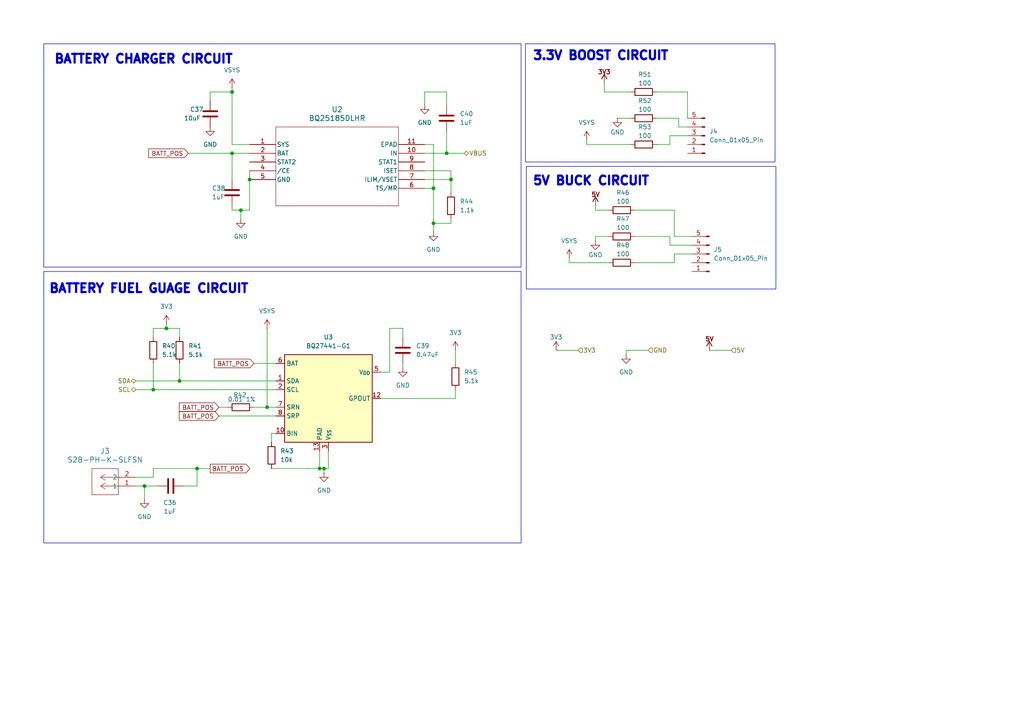
<source format=kicad_sch>
(kicad_sch (version 20231120) (generator "eeschema") (generator_version "8.0")
  (paper "A4")
  (lib_symbols
    (symbol "2025-02-12_10-55-39:BQ25185DLHR" (pin_names (offset 0.254))
      (property "Reference" "U" (at 25.4 10.16 0))
      (property "Value" "BQ25185DLHR" (at 25.4 7.62 0))
      (symbol "BQ25185DLHR_0_1"
        (polyline (pts (xy 7.62 -17.78) (xy 43.18 -17.78)) (stroke (width 0.127)))
        (polyline (pts (xy 7.62 5.08) (xy 7.62 -17.78)) (stroke (width 0.127)))
        (polyline (pts (xy 43.18 -17.78) (xy 43.18 5.08)) (stroke (width 0.127)))
        (polyline (pts (xy 43.18 5.08) (xy 7.62 5.08)) (stroke (width 0.127)))
        (pin power_in line (at 0 0 0) (length 7.62) (name "SYS") (number "1"))
        (pin input line (at 50.8 -2.54 180) (length 7.62) (name "IN") (number "10"))
        (pin unspecified line (at 50.8 0 180) (length 7.62) (name "EPAD") (number "11"))
        (pin power_in line (at 0 -2.54 0) (length 7.62) (name "BAT") (number "2"))
        (pin output line (at 0 -5.08 0) (length 7.62) (name "STAT2") (number "3"))
        (pin input line (at 0 -7.62 0) (length 7.62) (name "/CE") (number "4"))
        (pin power_out line (at 0 -10.16 0) (length 7.62) (name "GND") (number "5"))
        (pin bidirectional line (at 50.8 -12.7 180) (length 7.62) (name "TS/MR") (number "6"))
        (pin bidirectional line (at 50.8 -10.16 180) (length 7.62) (name "ILIM/VSET") (number "7"))
        (pin bidirectional line (at 50.8 -7.62 180) (length 7.62) (name "ISET") (number "8"))
        (pin output line (at 50.8 -5.08 180) (length 7.62) (name "STAT1") (number "9"))
      )
    )
    (symbol "2025-02-12_12-07-11:S2B-PH-K-SLFSN" (pin_names (offset 0.254))
      (property "Reference" "J" (at 8.89 6.35 0))
      (property "Value" "S2B-PH-K-SLFSN" (at 0 0 0))
      (symbol "S2B-PH-K-SLFSN_1_1"
        (polyline (pts (xy 5.08 -5.08) (xy 12.7 -5.08)) (stroke (width 0.127)))
        (polyline (pts (xy 5.08 2.54) (xy 5.08 -5.08)) (stroke (width 0.127)))
        (polyline (pts (xy 10.16 -2.54) (xy 5.08 -2.54)) (stroke (width 0.127)))
        (polyline (pts (xy 10.16 -2.54) (xy 8.89 -3.3867)) (stroke (width 0.127)))
        (polyline (pts (xy 10.16 -2.54) (xy 8.89 -1.6933)) (stroke (width 0.127)))
        (polyline (pts (xy 10.16 0) (xy 5.08 0)) (stroke (width 0.127)))
        (polyline (pts (xy 10.16 0) (xy 8.89 -0.8467)) (stroke (width 0.127)))
        (polyline (pts (xy 10.16 0) (xy 8.89 0.8467)) (stroke (width 0.127)))
        (polyline (pts (xy 12.7 -5.08) (xy 12.7 2.54)) (stroke (width 0.127)))
        (polyline (pts (xy 12.7 2.54) (xy 5.08 2.54)) (stroke (width 0.127)))
        (pin unspecified line (at 0 0 0) (length 5.08) (name "1") (number "1"))
        (pin unspecified line (at 0 -2.54 0) (length 5.08) (name "2") (number "2"))
      )
      (symbol "S2B-PH-K-SLFSN_1_2"
        (polyline (pts (xy 5.08 -5.08) (xy 12.7 -5.08)) (stroke (width 0.127)))
        (polyline (pts (xy 5.08 2.54) (xy 5.08 -5.08)) (stroke (width 0.127)))
        (polyline (pts (xy 7.62 -2.54) (xy 5.08 -2.54)) (stroke (width 0.127)))
        (polyline (pts (xy 7.62 -2.54) (xy 8.89 -3.3867)) (stroke (width 0.127)))
        (polyline (pts (xy 7.62 -2.54) (xy 8.89 -1.6933)) (stroke (width 0.127)))
        (polyline (pts (xy 7.62 0) (xy 5.08 0)) (stroke (width 0.127)))
        (polyline (pts (xy 7.62 0) (xy 8.89 -0.8467)) (stroke (width 0.127)))
        (polyline (pts (xy 7.62 0) (xy 8.89 0.8467)) (stroke (width 0.127)))
        (polyline (pts (xy 12.7 -5.08) (xy 12.7 2.54)) (stroke (width 0.127)))
        (polyline (pts (xy 12.7 2.54) (xy 5.08 2.54)) (stroke (width 0.127)))
        (pin unspecified line (at 0 0 0) (length 5.08) (name "1") (number "1"))
        (pin unspecified line (at 0 -2.54 0) (length 5.08) (name "2") (number "2"))
      )
    )
    (symbol "Battery_Management:BQ27441-G1"
      (property "Reference" "U" (at -5.08 15.875 0))
      (property "Value" "BQ27441-G1" (at -5.08 13.97 0))
      (symbol "BQ27441-G1_0_1"
        (rectangle (start -12.7 12.7) (end 12.7 -12.7) (stroke (width 0.254)) (fill (type background)))
      )
      (symbol "BQ27441-G1_1_1"
        (pin bidirectional line (at -15.24 5.08 0) (length 2.54) (name "SDA") (number "1"))
        (pin input line (at -15.24 -10.16 0) (length 2.54) (name "BIN") (number "10"))
        (pin no_connect line (at 10.16 -2.54 180) (length 2.54) hide (name "NC") (number "11"))
        (pin output line (at 15.24 0 180) (length 2.54) (name "GPOUT") (number "12"))
        (pin power_in line (at -2.54 -15.24 90) (length 2.54) (name "PAD") (number "13"))
        (pin input line (at -15.24 2.54 0) (length 2.54) (name "SCL") (number "2"))
        (pin power_in line (at 0 -15.24 90) (length 2.54) (name "V_{SS}") (number "3"))
        (pin no_connect line (at 10.16 -7.62 180) (length 2.54) hide (name "NC") (number "4"))
        (pin power_out line (at 15.24 7.62 180) (length 2.54) (name "V_{DD}") (number "5"))
        (pin power_in line (at -15.24 10.16 0) (length 2.54) (name "BAT") (number "6"))
        (pin input line (at -15.24 -2.54 0) (length 2.54) (name "SRN") (number "7"))
        (pin input line (at -15.24 -5.08 0) (length 2.54) (name "SRP") (number "8"))
        (pin no_connect line (at 10.16 -5.08 180) (length 2.54) hide (name "NC") (number "9"))
      )
    )
    (symbol "Connector:Conn_01x05_Pin" (pin_names (offset 1.016) hide)
      (property "Reference" "J" (at 0 7.62 0))
      (property "Value" "Conn_01x05_Pin" (at 0 -7.62 0))
      (symbol "Conn_01x05_Pin_1_1"
        (polyline (pts (xy 1.27 -5.08) (xy 0.8636 -5.08)) (stroke (width 0.1524)))
        (polyline (pts (xy 1.27 -2.54) (xy 0.8636 -2.54)) (stroke (width 0.1524)))
        (polyline (pts (xy 1.27 0) (xy 0.8636 0)) (stroke (width 0.1524)))
        (polyline (pts (xy 1.27 2.54) (xy 0.8636 2.54)) (stroke (width 0.1524)))
        (polyline (pts (xy 1.27 5.08) (xy 0.8636 5.08)) (stroke (width 0.1524)))
        (rectangle (start 0.8636 -4.953) (end 0 -5.207) (stroke (width 0.1524)) (fill (type outline)))
        (rectangle (start 0.8636 -2.413) (end 0 -2.667) (stroke (width 0.1524)) (fill (type outline)))
        (rectangle (start 0.8636 0.127) (end 0 -0.127) (stroke (width 0.1524)) (fill (type outline)))
        (rectangle (start 0.8636 2.667) (end 0 2.413) (stroke (width 0.1524)) (fill (type outline)))
        (rectangle (start 0.8636 5.207) (end 0 4.953) (stroke (width 0.1524)) (fill (type outline)))
        (pin passive line (at 5.08 5.08 180) (length 3.81) (name "Pin_1") (number "1"))
        (pin passive line (at 5.08 2.54 180) (length 3.81) (name "Pin_2") (number "2"))
        (pin passive line (at 5.08 0 180) (length 3.81) (name "Pin_3") (number "3"))
        (pin passive line (at 5.08 -2.54 180) (length 3.81) (name "Pin_4") (number "4"))
        (pin passive line (at 5.08 -5.08 180) (length 3.81) (name "Pin_5") (number "5"))
      )
    )
    (symbol "Device:C" (pin_numbers hide) (pin_names (offset 0.254))
      (property "Reference" "C" (at 0.635 2.54 0))
      (property "Value" "C" (at 0.635 -2.54 0))
      (symbol "C_0_1"
        (polyline (pts (xy -2.032 -0.762) (xy 2.032 -0.762)) (stroke (width 0.508)))
        (polyline (pts (xy -2.032 0.762) (xy 2.032 0.762)) (stroke (width 0.508)))
      )
      (symbol "C_1_1"
        (pin passive line (at 0 3.81 270) (length 2.794) (name "~") (number "1"))
        (pin passive line (at 0 -3.81 90) (length 2.794) (name "~") (number "2"))
      )
    )
    (symbol "Device:R" (pin_numbers hide) (pin_names (offset 0))
      (property "Reference" "R" (at 2.032 0 90))
      (property "Value" "R" (at 0 0 90))
      (symbol "R_0_1"
        (rectangle (start -1.016 -2.54) (end 1.016 2.54) (stroke (width 0.254)))
      )
      (symbol "R_1_1"
        (pin passive line (at 0 3.81 270) (length 1.27) (name "~") (number "1"))
        (pin passive line (at 0 -3.81 90) (length 1.27) (name "~") (number "2"))
      )
    )
    (symbol "ai_breakout_ft232RL-eagle-import:3V3" (power)
      (symbol "3V3_1_0"
        (polyline (pts (xy 0 2.54) (xy -0.762 1.27)) (stroke (width 0.254)))
        (polyline (pts (xy 0.762 1.27) (xy 0 2.54)) (stroke (width 0.254)))
        (text "3V3" (at -1.905 2.54 0) (effects (font (size 1.27 1.27) (thickness 0.254) (bold yes)) (justify left bottom)))
        (pin power_in line (at 0 0 90) (length 2.54) (name "3V3") (number "1"))
      )
    )
    (symbol "ai_breakout_ft232RL-eagle-import:5V" (power)
      (symbol "5V_1_0"
        (polyline (pts (xy 0 2.54) (xy -0.762 1.27)) (stroke (width 0.254)))
        (polyline (pts (xy 0.762 1.27) (xy 0 2.54)) (stroke (width 0.254)))
        (text "5V" (at -1.27 2.54 0) (effects (font (size 1.27 1.27) (thickness 0.254) (bold yes)) (justify left bottom)))
        (pin power_in line (at 0 0 90) (length 2.54) (name "5V") (number "1"))
      )
    )
    (symbol "power:+3.3V" (power) (pin_numbers hide) (pin_names (offset 0) hide)
      (property "Value" "+3.3V" (at 0 3.556 0))
      (symbol "+3.3V_0_1"
        (polyline (pts (xy -0.762 1.27) (xy 0 2.54)))
        (polyline (pts (xy 0 0) (xy 0 2.54)))
        (polyline (pts (xy 0 2.54) (xy 0.762 1.27)))
      )
      (symbol "+3.3V_1_1"
        (pin power_in line (at 0 0 90) (length 0) (name "~") (number "1"))
      )
    )
    (symbol "power:GND" (power) (pin_numbers hide) (pin_names (offset 0) hide)
      (property "Value" "GND" (at 0 -3.81 0))
      (symbol "GND_0_1"
        (polyline (pts (xy 0 0) (xy 0 -1.27) (xy 1.27 -1.27) (xy 0 -2.54) (xy -1.27 -1.27) (xy 0 -1.27)))
      )
      (symbol "GND_1_1"
        (pin power_in line (at 0 0 270) (length 0) (name "~") (number "1"))
      )
    )
    (symbol "power:VCC" (power) (pin_numbers hide) (pin_names (offset 0) hide)
      (property "Value" "VCC" (at 0 3.556 0))
      (symbol "VCC_0_1"
        (polyline (pts (xy -0.762 1.27) (xy 0 2.54)))
        (polyline (pts (xy 0 0) (xy 0 2.54)))
        (polyline (pts (xy 0 2.54) (xy 0.762 1.27)))
      )
      (symbol "VCC_1_1"
        (pin power_in line (at 0 0 90) (length 0) (name "~") (number "1"))
      )
    )
  )
  (junction (at 130.81 52.07))
  (junction (at 93.98 135.89))
  (junction (at 129.54 44.45))
  (junction (at 57.15 135.89))
  (junction (at 125.73 64.77))
  (junction (at 67.31 44.45))
  (junction (at 41.91 140.97))
  (junction (at 72.39 52.07))
  (junction (at 92.71 135.89))
  (junction (at 67.31 26.67))
  (junction (at 48.26 95.25))
  (junction (at 77.47 118.11))
  (junction (at 125.73 54.61))
  (junction (at 44.45 113.03))
  (junction (at 69.85 60.96))
  (junction (at 52.07 110.49))
  (wire (pts (xy 113.03 107.95) (xy 110.49 107.95)))
  (wire (pts (xy 39.37 113.03) (xy 44.45 113.03)))
  (wire (pts (xy 72.39 49.53) (xy 72.39 52.07)))
  (wire (pts (xy 179.07 34.29) (xy 182.88 34.29)))
  (wire (pts (xy 134.62 44.45) (xy 129.54 44.45)))
  (wire (pts (xy 123.19 41.91) (xy 125.73 41.91)))
  (wire (pts (xy 41.91 140.97) (xy 45.72 140.97)))
  (wire (pts (xy 123.19 30.48) (xy 123.19 26.67)))
  (wire (pts (xy 172.72 69.85) (xy 172.72 68.58)))
  (wire (pts (xy 123.19 49.53) (xy 130.81 49.53)))
  (wire (pts (xy 52.07 105.41) (xy 52.07 110.49)))
  (wire (pts (xy 123.19 26.67) (xy 129.54 26.67)))
  (wire (pts (xy 63.5 120.65) (xy 80.01 120.65)))
  (wire (pts (xy 67.31 26.67) (xy 67.31 41.91)))
  (wire (pts (xy 195.58 68.58) (xy 200.66 68.58)))
  (wire (pts (xy 172.72 59.69) (xy 172.72 60.96)))
  (wire (pts (xy 48.26 93.98) (xy 48.26 95.25)))
  (wire (pts (xy 113.03 95.25) (xy 116.84 95.25)))
  (wire (pts (xy 190.5 34.29) (xy 196.85 34.29)))
  (wire (pts (xy 67.31 25.4) (xy 67.31 26.67)))
  (wire (pts (xy 195.58 60.96) (xy 195.58 68.58)))
  (wire (pts (xy 129.54 26.67) (xy 129.54 30.48)))
  (wire (pts (xy 57.15 135.89) (xy 60.96 135.89)))
  (wire (pts (xy 39.37 110.49) (xy 52.07 110.49)))
  (wire (pts (xy 175.26 24.13) (xy 175.26 26.67)))
  (wire (pts (xy 181.61 101.6) (xy 187.96 101.6)))
  (wire (pts (xy 125.73 54.61) (xy 125.73 64.77)))
  (wire (pts (xy 93.98 135.89) (xy 95.25 135.89)))
  (wire (pts (xy 161.29 101.6) (xy 167.64 101.6)))
  (wire (pts (xy 194.31 71.12) (xy 200.66 71.12)))
  (wire (pts (xy 132.08 101.6) (xy 132.08 105.41)))
  (wire (pts (xy 165.1 76.2) (xy 176.53 76.2)))
  (wire (pts (xy 60.96 26.67) (xy 67.31 26.67)))
  (wire (pts (xy 181.61 101.6) (xy 181.61 102.87)))
  (wire (pts (xy 125.73 41.91) (xy 125.73 54.61)))
  (wire (pts (xy 95.25 130.81) (xy 95.25 135.89)))
  (wire (pts (xy 44.45 97.79) (xy 44.45 95.25)))
  (wire (pts (xy 44.45 135.89) (xy 57.15 135.89)))
  (wire (pts (xy 172.72 68.58) (xy 176.53 68.58)))
  (wire (pts (xy 41.91 140.97) (xy 41.91 144.78)))
  (wire (pts (xy 196.85 36.83) (xy 199.39 36.83)))
  (wire (pts (xy 52.07 110.49) (xy 80.01 110.49)))
  (wire (pts (xy 130.81 49.53) (xy 130.81 52.07)))
  (wire (pts (xy 69.85 63.5) (xy 69.85 60.96)))
  (wire (pts (xy 77.47 95.25) (xy 77.47 118.11)))
  (wire (pts (xy 130.81 52.07) (xy 130.81 55.88)))
  (wire (pts (xy 205.74 101.6) (xy 212.09 101.6)))
  (wire (pts (xy 113.03 95.25) (xy 113.03 107.95)))
  (wire (pts (xy 78.74 135.89) (xy 92.71 135.89)))
  (wire (pts (xy 123.19 54.61) (xy 125.73 54.61)))
  (wire (pts (xy 69.85 60.96) (xy 72.39 60.96)))
  (wire (pts (xy 195.58 73.66) (xy 200.66 73.66)))
  (wire (pts (xy 116.84 95.25) (xy 116.84 97.79)))
  (wire (pts (xy 73.66 105.41) (xy 80.01 105.41)))
  (wire (pts (xy 129.54 38.1) (xy 129.54 44.45)))
  (wire (pts (xy 73.66 118.11) (xy 77.47 118.11)))
  (wire (pts (xy 67.31 60.96) (xy 69.85 60.96)))
  (wire (pts (xy 67.31 41.91) (xy 72.39 41.91)))
  (wire (pts (xy 44.45 95.25) (xy 48.26 95.25)))
  (wire (pts (xy 53.34 140.97) (xy 57.15 140.97)))
  (wire (pts (xy 165.1 74.93) (xy 165.1 76.2)))
  (wire (pts (xy 78.74 125.73) (xy 80.01 125.73)))
  (wire (pts (xy 110.49 115.57) (xy 132.08 115.57)))
  (wire (pts (xy 77.47 118.11) (xy 80.01 118.11)))
  (wire (pts (xy 60.96 29.21) (xy 60.96 26.67)))
  (wire (pts (xy 184.15 60.96) (xy 195.58 60.96)))
  (wire (pts (xy 72.39 52.07) (xy 72.39 60.96)))
  (wire (pts (xy 52.07 95.25) (xy 52.07 97.79)))
  (wire (pts (xy 130.81 64.77) (xy 125.73 64.77)))
  (wire (pts (xy 92.71 135.89) (xy 93.98 135.89)))
  (wire (pts (xy 123.19 44.45) (xy 129.54 44.45)))
  (wire (pts (xy 67.31 59.69) (xy 67.31 60.96)))
  (wire (pts (xy 194.31 68.58) (xy 194.31 71.12)))
  (wire (pts (xy 175.26 26.67) (xy 182.88 26.67)))
  (wire (pts (xy 63.5 118.11) (xy 66.04 118.11)))
  (wire (pts (xy 78.74 128.27) (xy 78.74 125.73)))
  (wire (pts (xy 48.26 95.25) (xy 52.07 95.25)))
  (wire (pts (xy 123.19 52.07) (xy 130.81 52.07)))
  (wire (pts (xy 67.31 44.45) (xy 67.31 52.07)))
  (wire (pts (xy 54.61 44.45) (xy 67.31 44.45)))
  (wire (pts (xy 196.85 34.29) (xy 196.85 36.83)))
  (wire (pts (xy 92.71 130.81) (xy 92.71 135.89)))
  (wire (pts (xy 184.15 68.58) (xy 194.31 68.58)))
  (wire (pts (xy 190.5 26.67) (xy 199.39 26.67)))
  (wire (pts (xy 57.15 135.89) (xy 57.15 140.97)))
  (wire (pts (xy 44.45 105.41) (xy 44.45 113.03)))
  (wire (pts (xy 93.98 135.89) (xy 93.98 137.16)))
  (wire (pts (xy 172.72 60.96) (xy 176.53 60.96)))
  (wire (pts (xy 132.08 115.57) (xy 132.08 113.03)))
  (wire (pts (xy 116.84 105.41) (xy 116.84 106.68)))
  (wire (pts (xy 44.45 135.89) (xy 44.45 138.43)))
  (wire (pts (xy 125.73 64.77) (xy 125.73 67.31)))
  (wire (pts (xy 44.45 138.43) (xy 39.37 138.43)))
  (wire (pts (xy 194.31 39.37) (xy 199.39 39.37)))
  (wire (pts (xy 184.15 76.2) (xy 195.58 76.2)))
  (wire (pts (xy 195.58 76.2) (xy 195.58 73.66)))
  (wire (pts (xy 67.31 44.45) (xy 72.39 44.45)))
  (wire (pts (xy 39.37 140.97) (xy 41.91 140.97)))
  (wire (pts (xy 170.18 41.91) (xy 182.88 41.91)))
  (wire (pts (xy 130.81 63.5) (xy 130.81 64.77)))
  (wire (pts (xy 170.18 40.64) (xy 170.18 41.91)))
  (wire (pts (xy 190.5 41.91) (xy 194.31 41.91)))
  (wire (pts (xy 199.39 26.67) (xy 199.39 34.29)))
  (wire (pts (xy 44.45 113.03) (xy 80.01 113.03)))
  (wire (pts (xy 194.31 41.91) (xy 194.31 39.37)))
  (rectangle (start 152.4 12.7) (end 224.79 46.99))
  (rectangle (start 12.7 78.74) (end 151.13 157.48))
  (rectangle (start 12.7 12.7) (end 151.13 77.47))
  (rectangle (start 152.654 48.26) (end 225.044 83.82))
  (text "3.3V BOOST CIRCUIT" (at 174.244 16.256 0) (effects (font (size 2.54 2.54) (thickness 1.016) (bold yes))))
  (text "BATTERY CHARGER CIRCUIT" (at 41.656 17.272 0) (effects (font (size 2.54 2.54) (thickness 1.016) (bold yes))))
  (text "BATTERY FUEL GUAGE CIRCUIT" (at 43.18 83.82 0) (effects (font (size 2.54 2.54) (thickness 1.016) (bold yes))))
  (text "5V BUCK CIRCUIT" (at 171.45 52.578 0) (effects (font (size 2.54 2.54) (thickness 1.016) (bold yes))))
  (global_label "BATT_POS" (shape input) (at 63.5 118.11 180) (property "Intersheetrefs" "${INTERSHEET_REFS}" (effects (hide yes))))
  (global_label "BATT_POS" (shape output) (at 60.96 135.89 0) (property "Intersheetrefs" "${INTERSHEET_REFS}" (effects (hide yes))))
  (global_label "BATT_POS" (shape input) (at 54.61 44.45 180) (property "Intersheetrefs" "${INTERSHEET_REFS}" (effects (hide yes))))
  (global_label "BATT_POS" (shape input) (at 63.5 120.65 180) (property "Intersheetrefs" "${INTERSHEET_REFS}" (effects (hide yes))))
  (global_label "BATT_POS" (shape input) (at 73.66 105.41 180) (property "Intersheetrefs" "${INTERSHEET_REFS}" (effects (hide yes))))
  (hierarchical_label "3V3" (shape input) (at 167.64 101.6 0))
  (hierarchical_label "SDA" (shape bidirectional) (at 39.37 110.49 180))
  (hierarchical_label "5V" (shape input) (at 212.09 101.6 0))
  (hierarchical_label "VBUS" (shape bidirectional) (at 134.62 44.45 0))
  (hierarchical_label "GND" (shape input) (at 187.96 101.6 0))
  (hierarchical_label "SCL" (shape bidirectional) (at 39.37 113.03 180))
  (symbol (lib_id "Device:C") (at 67.31 55.88 0) (unit 1)
    (property "Reference" "C38" (at 61.468 54.61 0) (effects (justify left)))
    (property "Value" "1uF" (at 61.468 57.15 0) (effects (justify left)))
    (property "Description" "Unpolarized capacitor" (effects (hide yes)))
  )
  (symbol (lib_id "Device:R") (at 186.69 26.67 90) (unit 1)
    (property "Reference" "R51" (at 188.976 21.59 90) (effects (justify left)))
    (property "Value" "100" (at 188.976 24.13 90) (effects (justify left)))
    (property "Description" "Resistor" (effects (hide yes)))
  )
  (symbol (lib_id "ai_breakout_ft232RL-eagle-import:5V") (at 172.72 59.69 0) (unit 1)
    (property "Reference" "#U$01" (effects (hide yes)))
    (property "Value" "5V" (effects (hide yes)))
  )
  (symbol (lib_id "Device:R") (at 52.07 101.6 0) (unit 1)
    (property "Reference" "R41" (at 54.61 100.3299 0) (effects (justify left)))
    (property "Value" "5.1k" (at 54.61 102.8699 0) (effects (justify left)))
    (property "Description" "Resistor" (effects (hide yes)))
  )
  (symbol (lib_id "Device:C") (at 116.84 101.6 0) (unit 1)
    (property "Reference" "C39" (at 120.65 100.3299 0) (effects (justify left)))
    (property "Value" "0.47uF" (at 120.65 102.8699 0) (effects (justify left)))
    (property "Description" "Unpolarized capacitor" (effects (hide yes)))
  )
  (symbol (lib_id "Device:R") (at 69.85 118.11 90) (unit 1)
    (property "Reference" "R42" (at 69.596 114.554 90))
    (property "Value" "0.01 1%" (at 70.104 115.824 90))
    (property "Description" "Resistor" (effects (hide yes)))
  )
  (symbol (lib_id "power:GND") (at 93.98 137.16 0) (unit 1)
    (property "Reference" "#PWR046" (effects (hide yes)))
    (property "Value" "GND" (at 93.98 142.24 0))
    (property "Description" "Power symbol creates a global label with name \"GND\" , ground" (effects (hide yes)))
  )
  (symbol (lib_id "power:+3.3V") (at 67.31 25.4 0) (unit 1)
    (property "Reference" "#PWR043" (effects (hide yes)))
    (property "Value" "VSYS" (at 67.31 20.32 0))
    (property "Description" "Power symbol creates a global label with name \"+3.3V\"" (effects (hide yes)))
  )
  (symbol (lib_id "Battery_Management:BQ27441-G1") (at 95.25 115.57 0) (unit 1)
    (property "Reference" "U3" (at 95.25 97.79 0))
    (property "Value" "BQ27441-G1" (at 95.25 100.33 0))
    (property "Footprint" "Package_SON:Texas_S-PDSO-N12" (effects (hide yes)))
    (property "Datasheet" "http://www.ti.com/lit/ds/symlink/bq27441-g1.pdf" (effects (hide yes)))
    (property "Description" "System Side Li Ion/Polymer Fuel Gauge, PDSON-12" (effects (hide yes)))
  )
  (symbol (lib_id "Device:R") (at 186.69 41.91 90) (unit 1)
    (property "Reference" "R53" (at 188.976 36.83 90) (effects (justify left)))
    (property "Value" "100" (at 188.976 39.37 90) (effects (justify left)))
    (property "Description" "Resistor" (effects (hide yes)))
  )
  (symbol (lib_id "power:GND") (at 116.84 106.68 0) (unit 1)
    (property "Reference" "#PWR047" (effects (hide yes)))
    (property "Value" "GND" (at 116.84 111.76 0))
    (property "Description" "Power symbol creates a global label with name \"GND\" , ground" (effects (hide yes)))
  )
  (symbol (lib_id "ai_breakout_ft232RL-eagle-import:5V") (at 205.74 101.6 0) (unit 1)
    (property "Reference" "#U$03" (effects (hide yes)))
    (property "Value" "5V" (effects (hide yes)))
  )
  (symbol (lib_id "Device:R") (at 130.81 59.69 0) (unit 1)
    (property "Reference" "R44" (at 133.35 58.4199 0) (effects (justify left)))
    (property "Value" "1.1k" (at 133.35 60.9599 0) (effects (justify left)))
    (property "Description" "Resistor" (effects (hide yes)))
  )
  (symbol (lib_id "power:VCC") (at 132.08 101.6 0) (unit 1)
    (property "Reference" "#PWR050" (effects (hide yes)))
    (property "Value" "3V3" (at 132.08 96.52 0))
    (property "Description" "Power symbol creates a global label with name \"VCC\"" (effects (hide yes)))
  )
  (symbol (lib_id "power:GND") (at 123.19 30.48 0) (unit 1)
    (property "Reference" "#PWR048" (effects (hide yes)))
    (property "Value" "GND" (at 123.19 35.56 0))
    (property "Description" "Power symbol creates a global label with name \"GND\" , ground" (effects (hide yes)))
  )
  (symbol (lib_id "Device:R") (at 180.34 76.2 90) (unit 1)
    (property "Reference" "R48" (at 182.626 71.12 90) (effects (justify left)))
    (property "Value" "100" (at 182.626 73.66 90) (effects (justify left)))
    (property "Description" "Resistor" (effects (hide yes)))
  )
  (symbol (lib_id "power:GND") (at 179.07 34.29 0) (unit 1)
    (property "Reference" "#PWR062" (effects (hide yes)))
    (property "Value" "GND" (at 179.07 38.354 0))
    (property "Description" "Power symbol creates a global label with name \"GND\" , ground" (effects (hide yes)))
  )
  (symbol (lib_id "power:VCC") (at 48.26 93.98 0) (unit 1)
    (property "Reference" "#PWR041" (effects (hide yes)))
    (property "Value" "3V3" (at 48.26 88.9 0))
    (property "Description" "Power symbol creates a global label with name \"VCC\"" (effects (hide yes)))
  )
  (symbol (lib_id "power:+3.3V") (at 170.18 40.64 0) (unit 1)
    (property "Reference" "#PWR052" (effects (hide yes)))
    (property "Value" "VSYS" (at 170.18 35.56 0))
    (property "Description" "Power symbol creates a global label with name \"+3.3V\"" (effects (hide yes)))
  )
  (symbol (lib_id "power:GND") (at 41.91 144.78 0) (unit 1)
    (property "Reference" "#PWR040" (effects (hide yes)))
    (property "Value" "GND" (at 41.91 149.86 0))
    (property "Description" "Power symbol creates a global label with name \"GND\" , ground" (effects (hide yes)))
  )
  (symbol (lib_id "Device:C") (at 49.53 140.97 90) (unit 1)
    (property "Reference" "C36" (at 49.276 145.796 90))
    (property "Value" "1uF" (at 49.276 148.336 90))
    (property "Description" "Unpolarized capacitor" (effects (hide yes)))
  )
  (symbol (lib_id "power:GND") (at 60.96 36.83 0) (unit 1)
    (property "Reference" "#PWR042" (effects (hide yes)))
    (property "Value" "GND" (at 60.96 41.91 0))
    (property "Description" "Power symbol creates a global label with name \"GND\" , ground" (effects (hide yes)))
  )
  (symbol (lib_id "Device:C") (at 60.96 33.02 0) (unit 1)
    (property "Reference" "C37" (at 55.118 31.75 0) (effects (justify left)))
    (property "Value" "10uF" (at 53.34 34.29 0) (effects (justify left)))
    (property "Description" "Unpolarized capacitor" (effects (hide yes)))
  )
  (symbol (lib_id "Device:R") (at 186.69 34.29 90) (unit 1)
    (property "Reference" "R52" (at 188.976 29.21 90) (effects (justify left)))
    (property "Value" "100" (at 188.976 31.75 90) (effects (justify left)))
    (property "Description" "Resistor" (effects (hide yes)))
  )
  (symbol (lib_id "Device:C") (at 129.54 34.29 0) (unit 1)
    (property "Reference" "C40" (at 133.35 33.0199 0) (effects (justify left)))
    (property "Value" "1uF" (at 133.35 35.5599 0) (effects (justify left)))
    (property "Description" "Unpolarized capacitor" (effects (hide yes)))
  )
  (symbol (lib_id "power:GND") (at 125.73 67.31 0) (unit 1)
    (property "Reference" "#PWR049" (effects (hide yes)))
    (property "Value" "GND" (at 125.73 72.39 0))
    (property "Description" "Power symbol creates a global label with name \"GND\" , ground" (effects (hide yes)))
  )
  (symbol (lib_id "power:GND") (at 181.61 102.87 0) (unit 1)
    (property "Reference" "#PWR085" (effects (hide yes)))
    (property "Value" "GND" (at 181.61 107.95 0))
    (property "Description" "Power symbol creates a global label with name \"GND\" , ground" (effects (hide yes)))
  )
  (symbol (lib_id "Device:R") (at 180.34 68.58 90) (unit 1)
    (property "Reference" "R47" (at 182.626 63.5 90) (effects (justify left)))
    (property "Value" "100" (at 182.626 66.04 90) (effects (justify left)))
    (property "Description" "Resistor" (effects (hide yes)))
  )
  (symbol (lib_id "power:GND") (at 172.72 69.85 0) (unit 1)
    (property "Reference" "#PWR061" (effects (hide yes)))
    (property "Value" "GND" (at 172.72 73.914 0))
    (property "Description" "Power symbol creates a global label with name \"GND\" , ground" (effects (hide yes)))
  )
  (symbol (lib_id "Connector:Conn_01x05_Pin") (at 205.74 73.66 180) (unit 1)
    (property "Reference" "J5" (at 207.01 72.3899 0) (effects (justify right)))
    (property "Value" "Conn_01x05_Pin" (at 207.01 74.9299 0) (effects (justify right)))
    (property "Footprint" "Connector_PinHeader_1.00mm:PinHeader_1x05_P1.00mm_Vertical" (effects (hide yes)))
    (property "Description" "Generic connector, single row, 01x05, script generated" (effects (hide yes)))
  )
  (symbol (lib_id "power:+3.3V") (at 77.47 95.25 0) (unit 1)
    (property "Reference" "#PWR045" (effects (hide yes)))
    (property "Value" "VSYS" (at 77.47 90.17 0))
    (property "Description" "Power symbol creates a global label with name \"+3.3V\"" (effects (hide yes)))
  )
  (symbol (lib_id "2025-02-12_12-07-11:S2B-PH-K-SLFSN") (at 39.37 140.97 180) (unit 1)
    (property "Reference" "J3" (at 30.48 130.81 0) (effects (font (size 1.524 1.524))))
    (property "Value" "S2B-PH-K-SLFSN" (at 30.48 133.35 0) (effects (font (size 1.524 1.524))))
    (property "Footprint" "CONN_S2B-PH-K-S_JST" (effects (hide yes)))
    (property "Datasheet" "S2B-PH-K-SLFSN" (effects (hide yes)))
  )
  (symbol (lib_id "Device:R") (at 44.45 101.6 0) (unit 1)
    (property "Reference" "R40" (at 46.99 100.3299 0) (effects (justify left)))
    (property "Value" "5.1k" (at 46.99 102.8699 0) (effects (justify left)))
    (property "Description" "Resistor" (effects (hide yes)))
  )
  (symbol (lib_id "power:GND") (at 69.85 63.5 0) (unit 1)
    (property "Reference" "#PWR044" (effects (hide yes)))
    (property "Value" "GND" (at 69.85 68.58 0))
    (property "Description" "Power symbol creates a global label with name \"GND\" , ground" (effects (hide yes)))
  )
  (symbol (lib_id "ai_breakout_ft232RL-eagle-import:3V3") (at 175.26 24.13 0) (unit 1)
    (property "Reference" "#U$02" (effects (hide yes)))
    (property "Value" "3V3" (effects (hide yes)))
  )
  (symbol (lib_id "2025-02-12_10-55-39:BQ25185DLHR") (at 72.39 41.91 0) (unit 1)
    (property "Reference" "U2" (at 97.79 31.75 0) (effects (font (size 1.524 1.524))))
    (property "Value" "BQ25185DLHR" (at 97.79 34.29 0) (effects (font (size 1.524 1.524))))
    (property "Footprint" "WSON10_DLH_TEX" (effects (hide yes)))
    (property "Datasheet" "BQ25185DLHR" (effects (hide yes)))
  )
  (symbol (lib_id "Device:R") (at 78.74 132.08 0) (unit 1)
    (property "Reference" "R43" (at 81.28 130.8099 0) (effects (justify left)))
    (property "Value" "10k" (at 81.28 133.3499 0) (effects (justify left)))
    (property "Description" "Resistor" (effects (hide yes)))
  )
  (symbol (lib_id "Connector:Conn_01x05_Pin") (at 204.47 39.37 180) (unit 1)
    (property "Reference" "J4" (at 205.74 38.0999 0) (effects (justify right)))
    (property "Value" "Conn_01x05_Pin" (at 205.74 40.6399 0) (effects (justify right)))
    (property "Footprint" "Connector_PinHeader_1.00mm:PinHeader_1x05_P1.00mm_Vertical" (effects (hide yes)))
    (property "Description" "Generic connector, single row, 01x05, script generated" (effects (hide yes)))
  )
  (symbol (lib_id "Device:R") (at 180.34 60.96 90) (unit 1)
    (property "Reference" "R46" (at 182.626 55.88 90) (effects (justify left)))
    (property "Value" "100" (at 182.626 58.42 90) (effects (justify left)))
    (property "Description" "Resistor" (effects (hide yes)))
  )
  (symbol (lib_id "Device:R") (at 132.08 109.22 0) (unit 1)
    (property "Reference" "R45" (at 134.62 107.9499 0) (effects (justify left)))
    (property "Value" "5.1k" (at 134.62 110.4899 0) (effects (justify left)))
    (property "Description" "Resistor" (effects (hide yes)))
  )
  (symbol (lib_id "power:VCC") (at 161.29 101.6 0) (unit 1)
    (property "Reference" "#PWR084" (effects (hide yes)))
    (property "Value" "3V3" (at 161.29 97.79 0))
    (property "Description" "Power symbol creates a global label with name \"VCC\"" (effects (hide yes)))
  )
  (symbol (lib_id "power:+3.3V") (at 165.1 74.93 0) (unit 1)
    (property "Reference" "#PWR051" (effects (hide yes)))
    (property "Value" "VSYS" (at 165.1 69.85 0))
    (property "Description" "Power symbol creates a global label with name \"+3.3V\"" (effects (hide yes)))
  )
)
</source>
